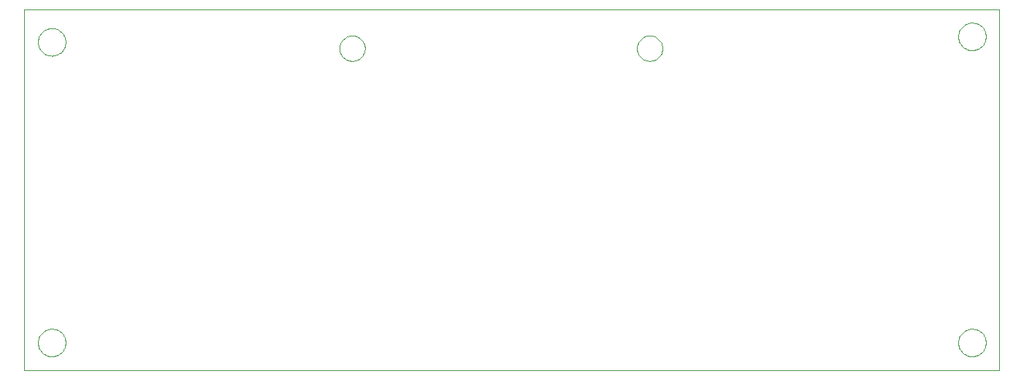
<source format=gm1>
G04 Output by ViewMate Deluxe V11.0.9  PentaLogix LLC*
G04 Tue Nov 11 14:29:24 2014*
%FSLAX33Y33*%
%MOMM*%
%IPPOS*%
%ADD105C,0.0*%

%LPD*%
X0Y0D2*D105*G1X1588Y254D2*X114618Y254D1*X114618Y42164D2*X1588Y42164D1*X1588Y254*X3162Y3429D2*X3167Y3556D1*X3183Y3683*X3208Y3807*X3244Y3929*X3287Y4049*X3340Y4163*X3404Y4275*X3475Y4379*X3556Y4478*X3642Y4572*X3736Y4658*X3838Y4735*X3945Y4803*X4056Y4864*X4173Y4917*X4293Y4958*X4415Y4991*X4542Y5014*X4666Y5027*X4796Y5029*X4923Y5022*X5047Y5004*X5171Y4976*X5293Y4938*X5410Y4892*X5524Y4836*X5634Y4770*X5738Y4696*X5837Y4615*X5928Y4526*X6010Y4430*X6086Y4328*X6154Y4219*X6213Y4107*X6261Y3990*X6302Y3868*X6332Y3744*X6353Y3620*X6363Y3492*X6363Y3366*X6353Y3238*X6332Y3114*X6302Y2990*X6261Y2868*X6213Y2751*X6154Y2639*X6086Y2530*X6010Y2428*X5928Y2332*X5837Y2243*X5738Y2162*X5634Y2088*X5524Y2022*X5410Y1966*X5293Y1920*X5171Y1882*X5047Y1854*X4923Y1836*X4796Y1829*X4666Y1831*X4542Y1844*X4415Y1867*X4293Y1900*X4173Y1941*X4056Y1994*X3945Y2055*X3838Y2123*X3736Y2200*X3642Y2286*X3556Y2380*X3475Y2479*X3404Y2583*X3340Y2695*X3287Y2809*X3244Y2929*X3208Y3051*X3183Y3175*X3167Y3302*X3162Y3429*X38113Y37617D2*X38118Y37739D1*X38133Y37859*X38158Y37978*X38191Y38095*X38237Y38209*X38290Y38318*X38351Y38423*X38423Y38522*X38501Y38616*X38588Y38702*X38682Y38781*X38781Y38852*X38885Y38913*X38994Y38966*X39108Y39012*X39225Y39045*X39345Y39070*X39464Y39086*X39586Y39091*X39708Y39086*X39827Y39070*X39947Y39045*X40063Y39012*X40178Y38966*X40287Y38913*X40391Y38852*X40490Y38781*X40584Y38702*X40670Y38616*X40749Y38522*X40820Y38423*X40881Y38318*X40935Y38209*X40980Y38095*X41013Y37978*X41039Y37859*X41054Y37739*X41059Y37617*X41054Y37495*X41039Y37376*X41013Y37257*X40980Y37140*X40935Y37026*X40881Y36916*X40820Y36812*X40749Y36713*X40670Y36619*X40584Y36533*X40490Y36454*X40391Y36383*X40287Y36322*X40178Y36269*X40063Y36223*X39947Y36190*X39827Y36165*X39708Y36149*X39586Y36144*X39464Y36149*X39345Y36165*X39225Y36190*X39108Y36223*X38994Y36269*X38885Y36322*X38781Y36383*X38682Y36454*X38588Y36533*X38501Y36619*X38423Y36713*X38351Y36812*X38290Y36916*X38237Y37026*X38191Y37140*X38158Y37257*X38133Y37376*X38118Y37495*X38113Y37617*X3162Y38354D2*X3167Y38481D1*X3183Y38608*X3208Y38732*X3244Y38854*X3287Y38974*X3340Y39088*X3404Y39200*X3475Y39304*X3556Y39403*X3642Y39497*X3736Y39583*X3838Y39660*X3945Y39728*X4056Y39789*X4173Y39842*X4293Y39883*X4415Y39916*X4542Y39939*X4666Y39952*X4796Y39954*X4923Y39947*X5047Y39929*X5171Y39901*X5293Y39863*X5410Y39817*X5524Y39761*X5634Y39695*X5738Y39621*X5837Y39540*X5928Y39451*X6010Y39355*X6086Y39253*X6154Y39144*X6213Y39032*X6261Y38915*X6302Y38793*X6332Y38669*X6353Y38544*X6363Y38418*X6363Y38290*X6353Y38164*X6332Y38039*X6302Y37915*X6261Y37793*X6213Y37676*X6154Y37564*X6086Y37455*X6010Y37353*X5928Y37257*X5837Y37168*X5738Y37087*X5634Y37013*X5524Y36947*X5410Y36891*X5293Y36845*X5171Y36807*X5047Y36779*X4923Y36761*X4796Y36754*X4666Y36756*X4542Y36769*X4415Y36792*X4293Y36825*X4173Y36866*X4056Y36919*X3945Y36980*X3838Y37048*X3736Y37125*X3642Y37211*X3556Y37305*X3475Y37404*X3404Y37508*X3340Y37620*X3287Y37734*X3244Y37854*X3208Y37976*X3183Y38100*X3167Y38227*X3162Y38354*X72606Y37617D2*X72611Y37739D1*X72626Y37859*X72652Y37978*X72685Y38095*X72730Y38209*X72784Y38318*X72845Y38423*X72916Y38522*X72995Y38616*X73081Y38702*X73175Y38781*X73274Y38852*X73378Y38913*X73487Y38966*X73602Y39012*X73718Y39045*X73838Y39070*X73957Y39086*X74079Y39091*X74201Y39086*X74320Y39070*X74440Y39045*X74557Y39012*X74671Y38966*X74780Y38913*X74884Y38852*X74983Y38781*X75077Y38702*X75164Y38616*X75242Y38522*X75314Y38423*X75374Y38318*X75428Y38209*X75474Y38095*X75507Y37978*X75532Y37859*X75547Y37739*X75552Y37617*X75547Y37495*X75532Y37376*X75507Y37257*X75474Y37140*X75428Y37026*X75374Y36916*X75314Y36812*X75242Y36713*X75164Y36619*X75077Y36533*X74983Y36454*X74884Y36383*X74780Y36322*X74671Y36269*X74557Y36223*X74440Y36190*X74320Y36165*X74201Y36149*X74079Y36144*X73957Y36149*X73838Y36165*X73718Y36190*X73602Y36223*X73487Y36269*X73378Y36322*X73274Y36383*X73175Y36454*X73081Y36533*X72995Y36619*X72916Y36713*X72845Y36812*X72784Y36916*X72730Y37026*X72685Y37140*X72652Y37257*X72626Y37376*X72611Y37495*X72606Y37617*X109842Y38989D2*X109847Y39116D1*X109863Y39243*X109888Y39367*X109924Y39489*X109967Y39609*X110020Y39723*X110084Y39835*X110155Y39939*X110236Y40038*X110322Y40132*X110416Y40218*X110518Y40295*X110625Y40363*X110736Y40424*X110853Y40477*X110973Y40518*X111095Y40551*X111222Y40574*X111346Y40587*X111476Y40589*X111603Y40582*X111727Y40564*X111851Y40536*X111973Y40498*X112090Y40452*X112204Y40396*X112314Y40330*X112418Y40256*X112517Y40175*X112608Y40086*X112690Y39990*X112766Y39888*X112834Y39779*X112893Y39667*X112941Y39550*X112982Y39428*X113012Y39304*X113033Y39180*X113043Y39052*X113043Y38926*X113033Y38798*X113012Y38674*X112982Y38550*X112941Y38428*X112893Y38311*X112834Y38199*X112766Y38090*X112690Y37988*X112608Y37892*X112517Y37803*X112418Y37722*X112314Y37648*X112204Y37582*X112090Y37526*X111973Y37480*X111851Y37442*X111727Y37414*X111603Y37396*X111476Y37389*X111346Y37391*X111222Y37404*X111095Y37427*X110973Y37460*X110853Y37501*X110736Y37554*X110625Y37615*X110518Y37683*X110416Y37760*X110322Y37846*X110236Y37940*X110155Y38039*X110084Y38143*X110020Y38255*X109967Y38369*X109924Y38489*X109888Y38611*X109863Y38735*X109847Y38862*X109842Y38989*X109842Y3429D2*X109847Y3556D1*X109863Y3683*X109888Y3807*X109924Y3929*X109967Y4049*X110020Y4163*X110084Y4275*X110155Y4379*X110236Y4478*X110322Y4572*X110416Y4658*X110518Y4735*X110625Y4803*X110736Y4864*X110853Y4917*X110973Y4958*X111095Y4991*X111222Y5014*X111346Y5027*X111476Y5029*X111603Y5022*X111727Y5004*X111851Y4976*X111973Y4938*X112090Y4892*X112204Y4836*X112314Y4770*X112418Y4696*X112517Y4615*X112608Y4526*X112690Y4430*X112766Y4328*X112834Y4219*X112893Y4107*X112941Y3990*X112982Y3868*X113012Y3744*X113033Y3620*X113043Y3492*X113043Y3366*X113033Y3238*X113012Y3114*X112982Y2990*X112941Y2868*X112893Y2751*X112834Y2639*X112766Y2530*X112690Y2428*X112608Y2332*X112517Y2243*X112418Y2162*X112314Y2088*X112204Y2022*X112090Y1966*X111973Y1920*X111851Y1882*X111727Y1854*X111603Y1836*X111476Y1829*X111346Y1831*X111222Y1844*X111095Y1867*X110973Y1900*X110853Y1941*X110736Y1994*X110625Y2055*X110518Y2123*X110416Y2200*X110322Y2286*X110236Y2380*X110155Y2479*X110084Y2583*X110020Y2695*X109967Y2809*X109924Y2929*X109888Y3051*X109863Y3175*X109847Y3302*X109842Y3429*X114618Y254D2*X114618Y42164D1*X0Y0D2*M02*
</source>
